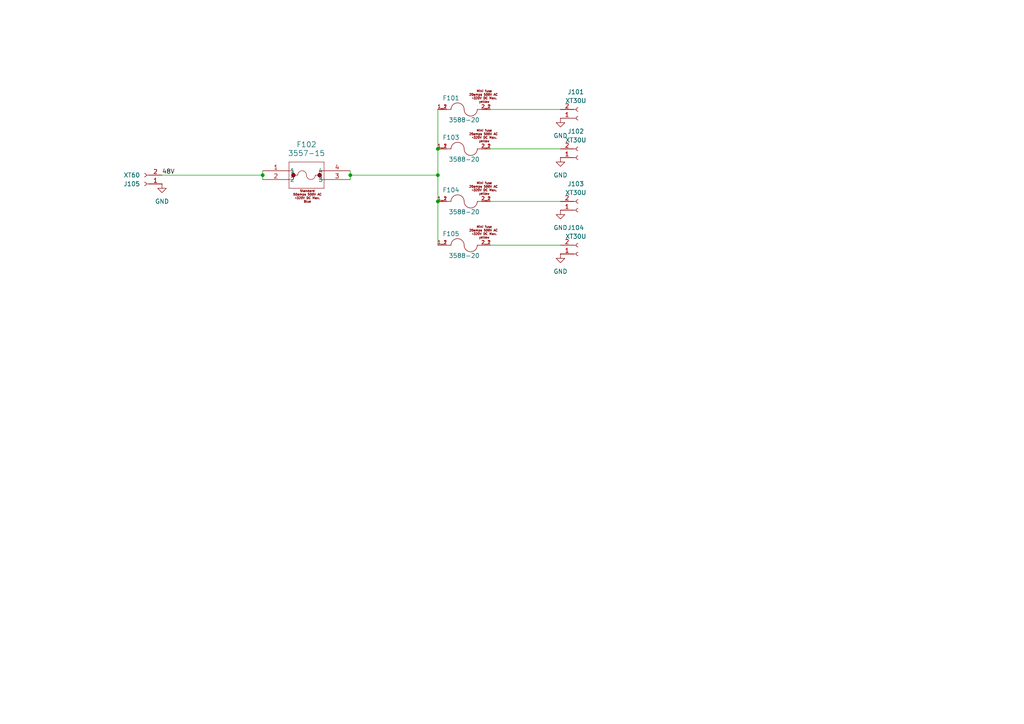
<source format=kicad_sch>
(kicad_sch (version 20250114) (generator "eeschema") (generator_version "9.0")
  (paper "A4")
  (lib_symbols
    (symbol "3588-20_1" (pin_names (offset 1.016))
      (property "Reference" "F101" (at -3.81 3.302 0))
      (property "Value" "3588-20" (at 0 -3.048 0))
      (symbol "3588-20_1_0_0"
        (polyline (pts (xy -5.08 0) (xy -3.81 0)) (stroke (width 0.1524)))
        (arc (start -3.81 0) (mid -1.905 1.8967) (end 0 0) (stroke (width 0.1524)))
        (arc (start 3.81 0) (mid 1.905 -1.8967) (end 0 0) (stroke (width 0.1524)))
        (polyline (pts (xy 5.08 0) (xy 3.81 0)) (stroke (width 0.1524)))
        (pin passive line (at -7.62 0 0) (length 2.54) (name "~") (number "1_1"))
        (pin passive line (at -7.62 0 0) (length 2.54) (name "~") (number "1_2"))
        (pin passive line (at 7.62 0 180) (length 2.54) (name "~") (number "2_1"))
        (pin passive line (at 7.62 0 180) (length 2.54) (name "~") (number "2_2"))
      )
      (symbol "3588-20_1_1_1"
        (text "Mini fuse\n20amps 500V AC \n~320V DC Max.\nyellow" (at 5.842 3.81 0) (effects (font (size 0.635 0.635))))
      )
    )
    (symbol "Connector:Conn_01x02_Socket" (pin_names (offset 1.016) (hide yes))
      (property "Reference" "J" (at 0 2.54 0))
      (property "Value" "Conn_01x02_Socket" (at 0 -5.08 0))
      (symbol "Conn_01x02_Socket_1_1"
        (polyline (pts (xy -1.27 0) (xy -0.508 0)) (stroke (width 0.1524)))
        (polyline (pts (xy -1.27 -2.54) (xy -0.508 -2.54)) (stroke (width 0.1524)))
        (arc (start 0 -0.508) (mid -0.5058 0) (end 0 0.508) (stroke (width 0.1524)))
        (arc (start 0 -3.048) (mid -0.5058 -2.54) (end 0 -2.032) (stroke (width 0.1524)))
        (pin passive line (at -5.08 0 0) (length 3.81) (name "Pin_1") (number "1"))
        (pin passive line (at -5.08 -2.54 0) (length 3.81) (name "Pin_2") (number "2"))
      )
    )
    (symbol "Fuse_holder:3557-15" (pin_names (offset 0.254))
      (property "Reference" "F102" (at 12.7 7.62 0))
      (property "Value" "3557-15" (at 12.7 5.08 0))
      (symbol "3557-15_0_1"
        (polyline (pts (xy 7.62 2.54) (xy 7.62 -5.08)) (stroke (width 0.127)))
        (polyline (pts (xy 7.62 0) (xy 8.89 0)) (stroke (width 0.127)))
        (polyline (pts (xy 7.62 -5.08) (xy 17.78 -5.08)) (stroke (width 0.127)))
        (polyline (pts (xy 8.89 0) (xy 8.89 -2.54)) (stroke (width 0.127)))
        (polyline (pts (xy 8.89 -1.27) (xy 10.16 -1.27)) (stroke (width 0.127)))
        (circle (center 8.89 -1.27) (radius 0.127) (stroke (width 0.508)))
        (polyline (pts (xy 8.89 -2.54) (xy 7.62 -2.54)) (stroke (width 0.127)))
        (arc (start 10.16 -1.27) (mid 11.43 -0.0055) (end 12.7 -1.27) (stroke (width 0.127)))
        (arc (start 15.24 -1.27) (mid 13.97 -2.5344) (end 12.7 -1.27) (stroke (width 0.127)))
        (polyline (pts (xy 15.24 -1.27) (xy 16.51 -1.27)) (stroke (width 0.127)))
        (polyline (pts (xy 16.51 0) (xy 16.51 -2.54)) (stroke (width 0.127)))
        (polyline (pts (xy 16.51 0) (xy 17.78 0)) (stroke (width 0.127)))
        (circle (center 16.51 -1.27) (radius 0.127) (stroke (width 0.508)))
        (polyline (pts (xy 16.51 -2.54) (xy 17.78 -2.54)) (stroke (width 0.127)))
        (polyline (pts (xy 17.78 2.54) (xy 7.62 2.54)) (stroke (width 0.127)))
        (polyline (pts (xy 17.78 -5.08) (xy 17.78 2.54)) (stroke (width 0.127)))
        (pin unspecified line (at 0 0 0) (length 7.62) (name "1") (number "1"))
        (pin unspecified line (at 0 -2.54 0) (length 7.62) (name "2") (number "2"))
        (pin unspecified line (at 25.4 0 180) (length 7.62) (name "4") (number "4"))
        (pin unspecified line (at 25.4 -2.54 180) (length 7.62) (name "3") (number "3"))
      )
      (symbol "3557-15_1_1"
        (text "Standard\n50amps 500V AC\n~320V DC Max.\nBlue" (at 12.954 -7.366 0) (effects (font (size 0.635 0.635))))
      )
    )
    (symbol "power:GND" (power) (pin_numbers (hide yes)) (pin_names (offset 0) (hide yes))
      (property "Value" "GND" (at 0 -3.81 0))
      (symbol "GND_0_1"
        (polyline (pts (xy 0 0) (xy 0 -1.27) (xy 1.27 -1.27) (xy 0 -2.54) (xy -1.27 -1.27) (xy 0 -1.27)))
      )
      (symbol "GND_1_1"
        (pin power_in line (at 0 0 270) (length 0) (name "~") (number "1"))
      )
    )
  )
  (junction (at 127 43.18))
  (junction (at 127 58.42))
  (junction (at 127 50.8))
  (junction (at 101.6 50.8))
  (junction (at 76.2 50.8))
  (wire (pts (xy 127 50.8) (xy 127 58.42)))
  (wire (pts (xy 46.99 50.8) (xy 76.2 50.8)))
  (wire (pts (xy 101.6 50.8) (xy 101.6 52.07)))
  (wire (pts (xy 142.24 43.18) (xy 162.56 43.18)))
  (wire (pts (xy 142.24 58.42) (xy 162.56 58.42)))
  (wire (pts (xy 142.24 31.75) (xy 162.56 31.75)))
  (wire (pts (xy 101.6 49.53) (xy 101.6 50.8)))
  (wire (pts (xy 142.24 71.12) (xy 162.56 71.12)))
  (wire (pts (xy 127 58.42) (xy 127 71.12)))
  (wire (pts (xy 127 50.8) (xy 127 43.18)))
  (wire (pts (xy 76.2 49.53) (xy 76.2 50.8)))
  (wire (pts (xy 127 50.8) (xy 101.6 50.8)))
  (wire (pts (xy 127 31.75) (xy 127 43.18)))
  (wire (pts (xy 76.2 50.8) (xy 76.2 52.07)))
  (label "48V" (at 46.99 50.8 0))
  (symbol (lib_id "power:GND") (at 46.99 53.34 0) (unit 1)
    (property "Reference" "#PWR0101" (effects (hide yes)))
    (property "Value" "GND" (at 46.99 58.42 0))
    (property "Description" "Power symbol creates a global label with name \"GND\" , ground" (effects (hide yes)))
  )
  (symbol (lib_id "power:GND") (at 162.56 34.29 0) (unit 1)
    (property "Reference" "#PWR0102" (effects (hide yes)))
    (property "Value" "GND" (at 162.56 39.37 0))
    (property "Description" "Power symbol creates a global label with name \"GND\" , ground" (effects (hide yes)))
  )
  (symbol (lib_name "3588-20_1") (lib_id "Fuse_holder:3588-20") (at 134.62 71.12 0) (unit 1)
    (property "Reference" "F105" (at 130.81 67.818 0))
    (property "Value" "3588-20" (at 134.62 74.168 0))
    (property "Footprint" "Fuse_holder:FUSE_3588-20" (effects (hide yes)))
    (property "PARTREV" "E" (effects (hide yes)))
    (property "SNAPEDA_PN" "3588" (effects (hide yes)))
    (property "STANDARD" "Manufacturer Recommendation" (effects (hide yes)))
    (property "MAXIMUM_PACKAGE_HEIGHT" "8.12mm" (effects (hide yes)))
    (property "MANUFACTURER" "Keystone" (effects (hide yes)))
  )
  (symbol (lib_id "power:GND") (at 162.56 45.72 0) (unit 1)
    (property "Reference" "#PWR0103" (effects (hide yes)))
    (property "Value" "GND" (at 162.56 50.8 0))
    (property "Description" "Power symbol creates a global label with name \"GND\" , ground" (effects (hide yes)))
  )
  (symbol (lib_id "Fuse_holder:3557-15") (at 76.2 49.53 0) (unit 1)
    (property "Reference" "F102" (at 88.9 41.91 0) (effects (font (size 1.524 1.524))))
    (property "Value" "3557-15" (at 88.9 44.45 0) (effects (font (size 1.524 1.524))))
    (property "Footprint" "Fuse_holder:3557-15_KEY" (effects (hide yes)))
    (property "Datasheet" "3557-15" (effects (hide yes)))
  )
  (symbol (lib_id "Connector:Conn_01x02_Socket") (at 167.64 45.72 0) (mirror x) (unit 1)
    (property "Reference" "J102" (at 167.005 38.1 0))
    (property "Value" "XT30U" (at 167.005 40.64 0))
    (property "Footprint" "Connector_AMASS:AMASS_XT30U-F_1x02_P5.0mm_Vertical" (effects (hide yes)))
    (property "Description" "Generic connector, single row, 01x02, script generated" (effects (hide yes)))
  )
  (symbol (lib_id "Connector:Conn_01x02_Socket") (at 167.64 60.96 0) (mirror x) (unit 1)
    (property "Reference" "J103" (at 167.005 53.34 0))
    (property "Value" "XT30U" (at 167.005 55.88 0))
    (property "Footprint" "Connector_AMASS:AMASS_XT30U-F_1x02_P5.0mm_Vertical" (effects (hide yes)))
    (property "Description" "Generic connector, single row, 01x02, script generated" (effects (hide yes)))
  )
  (symbol (lib_name "3588-20_1") (lib_id "Fuse_holder:3588-20") (at 134.62 58.42 0) (unit 1)
    (property "Reference" "F104" (at 130.81 55.118 0))
    (property "Value" "3588-20" (at 134.62 61.468 0))
    (property "Footprint" "Fuse_holder:FUSE_3588-20" (effects (hide yes)))
    (property "PARTREV" "E" (effects (hide yes)))
    (property "SNAPEDA_PN" "3588" (effects (hide yes)))
    (property "STANDARD" "Manufacturer Recommendation" (effects (hide yes)))
    (property "MAXIMUM_PACKAGE_HEIGHT" "8.12mm" (effects (hide yes)))
    (property "MANUFACTURER" "Keystone" (effects (hide yes)))
  )
  (symbol (lib_id "Connector:Conn_01x02_Socket") (at 167.64 73.66 0) (mirror x) (unit 1)
    (property "Reference" "J104" (at 167.005 66.04 0))
    (property "Value" "XT30U" (at 167.005 68.58 0))
    (property "Footprint" "Connector_AMASS:AMASS_XT30U-F_1x02_P5.0mm_Vertical" (effects (hide yes)))
    (property "Description" "Generic connector, single row, 01x02, script generated" (effects (hide yes)))
  )
  (symbol (lib_id "power:GND") (at 162.56 60.96 0) (unit 1)
    (property "Reference" "#PWR0104" (effects (hide yes)))
    (property "Value" "GND" (at 162.56 66.04 0))
    (property "Description" "Power symbol creates a global label with name \"GND\" , ground" (effects (hide yes)))
  )
  (symbol (lib_name "3588-20_1") (lib_id "Fuse_holder:3588-20") (at 134.62 43.18 0) (unit 1)
    (property "Reference" "F103" (at 130.81 39.878 0))
    (property "Value" "3588-20" (at 134.62 46.228 0))
    (property "Footprint" "Fuse_holder:FUSE_3588-20" (effects (hide yes)))
    (property "PARTREV" "E" (effects (hide yes)))
    (property "SNAPEDA_PN" "3588" (effects (hide yes)))
    (property "STANDARD" "Manufacturer Recommendation" (effects (hide yes)))
    (property "MAXIMUM_PACKAGE_HEIGHT" "8.12mm" (effects (hide yes)))
    (property "MANUFACTURER" "Keystone" (effects (hide yes)))
  )
  (symbol (lib_id "Connector:Conn_01x02_Socket") (at 41.91 53.34 180) (unit 1)
    (property "Reference" "J105" (at 40.64 53.3401 0) (effects (justify left)))
    (property "Value" "XT60" (at 40.64 50.8001 0) (effects (justify left)))
    (property "Footprint" "Connector_AMASS:AMASS_XT60-F_1x02_P7.20mm_Vertical" (effects (hide yes)))
    (property "Description" "Generic connector, single row, 01x02, script generated" (effects (hide yes)))
  )
  (symbol (lib_id "power:GND") (at 162.56 73.66 0) (unit 1)
    (property "Reference" "#PWR0105" (effects (hide yes)))
    (property "Value" "GND" (at 162.56 78.74 0))
    (property "Description" "Power symbol creates a global label with name \"GND\" , ground" (effects (hide yes)))
  )
  (symbol (lib_name "3588-20_1") (lib_id "Fuse_holder:3588-20") (at 134.62 31.75 0) (unit 1)
    (property "Reference" "F101" (at 130.81 28.448 0))
    (property "Value" "3588-20" (at 134.62 34.798 0))
    (property "Footprint" "Fuse_holder:FUSE_3588-20" (effects (hide yes)))
    (property "PARTREV" "E" (effects (hide yes)))
    (property "SNAPEDA_PN" "3588" (effects (hide yes)))
    (property "STANDARD" "Manufacturer Recommendation" (effects (hide yes)))
    (property "MAXIMUM_PACKAGE_HEIGHT" "8.12mm" (effects (hide yes)))
    (property "MANUFACTURER" "Keystone" (effects (hide yes)))
  )
  (symbol (lib_id "Connector:Conn_01x02_Socket") (at 167.64 34.29 0) (mirror x) (unit 1)
    (property "Reference" "J101" (at 167.005 26.67 0))
    (property "Value" "XT30U" (at 167.005 29.21 0))
    (property "Footprint" "Connector_AMASS:AMASS_XT30U-F_1x02_P5.0mm_Vertical" (effects (hide yes)))
    (property "Description" "Generic connector, single row, 01x02, script generated" (effects (hide yes)))
  )
)
</source>
